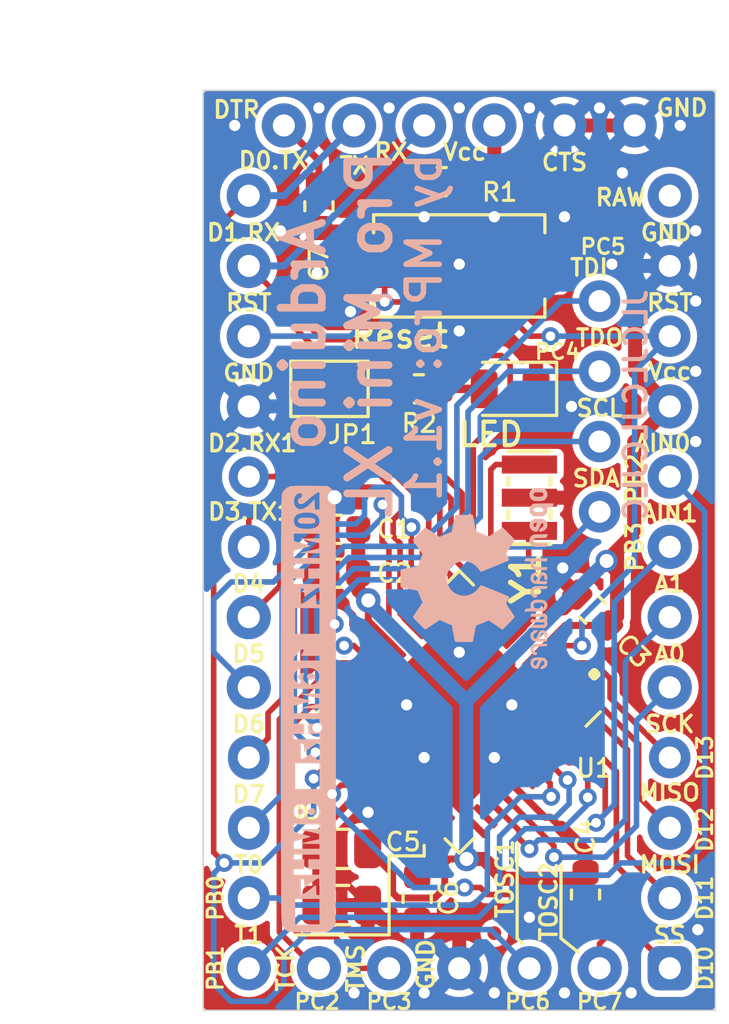
<source format=kicad_pcb>
(kicad_pcb (version 20221018) (generator pcbnew)
  (title_block (title "Arduino Pro Mini XL") (date "2023-08-20") (rev "1.1") (company "© 2020-2023 MPro") (comment 1 "Designed by MPro") (comment 4 "Licensed under CERN-OHL-P v2 or any later version"))
  (layers (0 "F.Cu" signal) (31 "B.Cu" signal) (35 "F.Paste" user) (36 "B.SilkS" user "B.Silkscreen") (37 "F.SilkS" user "F.Silkscreen") (38 "B.Mask" user) (39 "F.Mask" user) (44 "Edge.Cuts" user))
  (net 0 "")
  (net 1 "GND")
  (net 2 "VCC")
  (net 3 "/DTR")
  (net 4 "/RST")
  (net 5 "/A6")
  (net 6 "/RX0")
  (net 7 "/TX0")
  (net 8 "/SDA")
  (net 9 "/SCL")
  (net 10 "/A7")
  (net 11 "/A3")
  (net 12 "/A2")
  (net 13 "/A1")
  (net 14 "/A0")
  (net 15 "/SCK")
  (net 16 "/MISO")
  (net 17 "/MOSI")
  (net 18 "/SS")
  (net 19 "/T1")
  (net 20 "/T0")
  (net 21 "/D7")
  (net 22 "/D6")
  (net 23 "/D5")
  (net 24 "/D4")
  (net 25 "/TX1")
  (net 26 "/RX1")
  (net 27 "/TCK")
  (net 28 "/TMS")
  (net 29 "/TDO")
  (net 30 "/TDI")
  (net 31 "Net-(U1-AVCC)")
  (net 32 "Net-(U1-AREF)")
  (net 33 "Net-(D1-A)")
  (net 34 "Net-(JP1-B)")
  (net 36 "Net-(U1-XTAL2)")
  (net 37 "Net-(U1-XTAL1)")
  (footprint "footprints:C_0603_1608Metric" (layer "F.Cu") (at 100.076 59.8805 180)
    (fp_text reference "C2")
    (fp_text value "100n" hide)
  )
  (footprint "footprints:C_0603_1608Metric" (layer "F.Cu") (at 100.076 58.293 180)
    (fp_text reference "C1")
    (fp_text value "10u" hide)
  )
  (footprint "footprints:C_0603_1608Metric" (layer "F.Cu") (at 109.093 71.501 -90)
    (fp_text reference "C4")
    (fp_text value "100n" hide)
  )
  (footprint "footprints:C_0805_2012Metric" (layer "F.Cu") (at 100.2665 71.882 180)
    (fp_text reference "C5")
    (fp_text value "100n" hide)
  )
  (footprint "footprints:C_0603_1608Metric" (layer "F.Cu") (at 102.997 71.628 -90)
    (fp_text reference "C6")
    (fp_text value "100n" hide)
  )
  (footprint "footprints:L_0805_2012Metric" (layer "F.Cu") (at 100.2665 69.85 180)
    (fp_text reference "L1")
    (fp_text value "10uH" hide)
  )
  (footprint "footprints:diy-modules-ARDUINO-PRO-MINI-XL-BRD" (layer "F.Cu") (at 104.521 58.928 -90)
    (fp_text reference "M1" hide)
    (fp_text value "ARDUINO-PRO-MINI-XL" hide)
  )
  (footprint "footprints:R_0603_1608Metric" (layer "F.Cu") (at 103.886 45.72 180)
    (fp_text reference "R1")
    (fp_text value "10k")
  )
  (footprint "footprints:R_0603_1608Metric" (layer "F.Cu") (at 103.0605 53.213)
    (fp_text reference "R2")
    (fp_text value "1k5" hide)
  )
  (footprint "footprints:muRata-resonator_SMD_CSTCExxM00G55-R0" (layer "F.Cu") (at 107.061 57.15 -90)
    (fp_text reference "Y1")
    (fp_text value "20MHz")
  )
  (footprint "footprints:QFN-44-1EP_7x7mm_P0.5mm_EP5.2x5.2mm" (layer "F.Cu") (at 104.521 64.897 -135)
    (fp_text reference "U1")
    (fp_text value "ATmega1284P-MU" hide)
  )
  (footprint "footprints:SolderJumper-2_P1.3mm_Open_TrianglePad1.0x1.5mm" (layer "F.Cu") (at 99.822 53.213)
    (fp_text reference "JP1")
    (fp_text value "SolderJumper_2_Open" hide)
  )
  (footprint "footprints:C_0603_1608Metric" (layer "F.Cu") (at 99.441 46.609 90)
    (fp_text reference "C7")
    (fp_text value "100n" hide)
  )
  (footprint "footprints:SW_SPST_EVQPE1" (layer "F.Cu") (at 104.521 48.768)
    (fp_text reference "SW1")
    (fp_text value "Reset")
  )
  (footprint "footprints:LED_0805_2012Metric" (layer "F.Cu") (at 106.3625 53.213 180)
    (fp_text reference "D1" hide)
    (fp_text value "LED")
  )
  (footprint "footprints:C_0603_1608Metric" (layer "F.Cu") (at 109.347 61.214 135)
    (fp_text reference "C3")
    (fp_text value "100n" hide)
  )
  (footprint "footprints:Fiducial_0.5mm_Mask1mm" (layer "F.Cu") (at 112.776 44.577)
    (fp_text reference "REF3" hide)
    (fp_text value "Fiducial_0.5mm_Mask1mm" hide)
  )
  (footprint "footprints:Fiducial_0.5mm_Mask1mm" (layer "F.Cu") (at 96.266 44.577)
    (fp_text reference "REF2" hide)
    (fp_text value "Fiducial_0.5mm_Mask1mm" hide)
  )
  (footprint "footprints:Fiducial_0.5mm_Mask1mm" (layer "F.Cu") (at 105.791 72.898)
    (fp_text reference "REF1" hide)
    (fp_text value "Fiducial_0.5mm_Mask1mm" hide)
  )
  (footprint "footprints:OSHW-Logo2_7.3x6mm_SilkScreen" (layer "B.Cu") (at 105.156 60.071 -90)
    (fp_text reference "REF4" hide)
    (fp_text value "OSHW-Logo2_7.3x6mm_SilkScreen" hide)
  )
  (footprint "footprints:Logo_FREQ_20_16_8MHz" (layer "B.Cu") (at 99.314 65.532 -90)
    (fp_text reference "REF5" hide)
    (fp_text value "LOGO" hide)
  )
  (gr_line (start 108.839 73.5965) (end 108.204 73.0885) (stroke (width 0.12)) (layer "F.SilkS"))
  (gr_line (start 101.981 70.104) (end 103.251 70.104) (stroke (width 0.12)) (layer "F.SilkS"))
  (gr_line (start 103.251 70.104) (end 103.251 69.723) (stroke (width 0.12)) (layer "F.SilkS"))
  (gr_line (start 106.6165 73.0885) (end 106.807 73.279) (stroke (width 0.12)) (layer "F.SilkS"))
  (gr_line (start 106.6165 69.6595) (end 106.6165 73.0885) (stroke (width 0.12)) (layer "F.SilkS"))
  (gr_line (start 108.204 70.4215) (end 108.204 73.0885) (stroke (width 0.12)) (layer "F.SilkS"))
  (gr_line (start 101.981 72.9615) (end 98.6155 72.9615) (stroke (width 0.12)) (layer "F.SilkS"))
  (gr_line (start 98.425 68.7705) (end 98.425 70.8025) (stroke (width 0.12)) (layer "F.SilkS"))
  (gr_line (start 101.981 70.104) (end 101.981 72.9615) (stroke (width 0.12)) (layer "F.SilkS"))
  (gr_line (start 98.7425 68.072) (end 98.7425 68.7705) (stroke (width 0.12)) (layer "F.SilkS"))
  (gr_line (start 98.7425 68.7705) (end 98.4885 68.7705) (stroke (width 0.12)) (layer "F.SilkS"))
  (gr_line (start 98.4885 68.7705) (end 98.425 68.7705) (stroke (width 0.12)) (layer "F.SilkS"))
  (gr_line (start 95.25 75.692) (end 95.25 42.418) (stroke (width 0.05)) (layer "Edge.Cuts"))
  (gr_line (start 113.792 42.418) (end 113.792 75.692) (stroke (width 0.05)) (layer "Edge.Cuts"))
  (gr_line (start 95.25 42.418) (end 113.792 42.418) (stroke (width 0.05)) (layer "Edge.Cuts"))
  (gr_line (start 113.792 75.692) (end 95.25 75.692) (stroke (width 0.05)) (layer "Edge.Cuts"))
  (gr_text "JLCJLCJLCJLC" (at 111.379 49.53 90) (layer "B.SilkS") (effects (font (size 0.81 0.81)) (justify left bottom mirror)))
  (gr_text "Arduino\nPro Mini XL" (at 100.076 51.2445 90) (layer "B.SilkS") (effects (font (size 1.5 1.5) (thickness 0.28)) (justify mirror)))
  (gr_text "by MPro: v1.1" (at 103.251 50.9905 90) (layer "B.SilkS") (effects (font (size 1.2 1.2) (thickness 0.2)) (justify mirror)))
  (gr_text "TMS" (at 100.7745 74.168 90) (layer "F.SilkS") (effects (font (size 0.6 0.6) (thickness 0.12))))
  (gr_text "T0" (at 96.901 70.4215) (layer "F.SilkS") (effects (font (size 0.6 0.6) (thickness 0.12))))
  (gr_text "D7" (at 96.901 67.8815) (layer "F.SilkS") (effects (font (size 0.6 0.6) (thickness 0.12))))
  (gr_text "TOSC1" (at 106.172 70.9295 90) (layer "F.SilkS") (effects (font (size 0.6 0.6) (thickness 0.12))))
  (gr_text "T1" (at 96.901 72.9615) (layer "F.SilkS") (effects (font (size 0.6 0.6) (thickness 0.12))))
  (gr_text "D6" (at 96.901 65.3415) (layer "F.SilkS") (effects (font (size 0.6 0.6) (thickness 0.12))))
  (gr_text "D5" (at 96.901 62.8015) (layer "F.SilkS") (effects (font (size 0.6 0.6) (thickness 0.12))))
  (gr_text "D4" (at 96.901 60.2615) (layer "F.SilkS") (effects (font (size 0.6 0.6) (thickness 0.12))))
  (gr_text "D3.TX1" (at 96.9645 57.658) (layer "F.SilkS") (effects (font (size 0.6 0.6) (thickness 0.12))))
  (gr_text "D2.RX1" (at 97.028 55.1815) (layer "F.SilkS") (effects (font (size 0.6 0.6) (thickness 0.12))))
  (gr_text "D0.TX" (at 97.79 44.958) (layer "F.SilkS") (effects (font (size 0.6 0.6) (thickness 0.12))))
  (gr_text "D1.RX" (at 96.7105 47.5615) (layer "F.SilkS") (effects (font (size 0.6 0.6) (thickness 0.12))))
  (gr_text "GND" (at 96.901 52.6415) (layer "F.SilkS") (effects (font (size 0.6 0.6) (thickness 0.12))))
  (gr_text "RST" (at 96.901 50.1015) (layer "F.SilkS") (effects (font (size 0.6 0.6) (thickness 0.12))))
  (gr_text "DTR" (at 96.4565 43.1165) (layer "F.SilkS") (effects (font (size 0.6 0.6) (thickness 0.12))))
  (gr_text "TX" (at 100.711 45.1485) (layer "F.SilkS") (effects (font (size 0.6 0.6) (thickness 0.12))))
  (gr_text "RX" (at 102.0445 44.6405) (layer "F.SilkS") (effects (font (size 0.6 0.6) (thickness 0.12))))
  (gr_text "Vcc" (at 104.7115 44.6405) (layer "F.SilkS") (effects (font (size 0.6 0.6) (thickness 0.12))))
  (gr_text "GND" (at 112.5855 43.053) (layer "F.SilkS") (effects (font (size 0.6 0.6) (thickness 0.12))))
  (gr_text "CTS" (at 108.331 45.0215) (layer "F.SilkS") (effects (font (size 0.6 0.6) (thickness 0.12))))
  (gr_text "GND" (at 112.014 47.5615) (layer "F.SilkS") (effects (font (size 0.6 0.6) (thickness 0.12))))
  (gr_text "RAW" (at 110.363 46.2915) (layer "F.SilkS") (effects (font (size 0.6 0.6) (thickness 0.12))))
  (gr_text "RST" (at 112.141 50.1015) (layer "F.SilkS") (effects (font (size 0.6 0.6) (thickness 0.12))))
  (gr_text "Vcc" (at 112.141 52.578) (layer "F.SilkS") (effects (font (size 0.6 0.6) (thickness 0.12))))
  (gr_text "AIN0" (at 111.887 55.1815) (layer "F.SilkS") (effects (font (size 0.6 0.6) (thickness 0.12))))
  (gr_text "AIN1" (at 112.141 57.7215) (layer "F.SilkS") (effects (font (size 0.6 0.6) (thickness 0.12))))
  (gr_text "SDA" (at 109.474 56.4515) (layer "F.SilkS") (effects (font (size 0.6 0.6) (thickness 0.12))))
  (gr_text "SCL" (at 109.601 53.9115) (layer "F.SilkS") (effects (font (size 0.6 0.6) (thickness 0.12))))
  (gr_text "TDO" (at 109.601 51.3715) (layer "F.SilkS") (effects (font (size 0.6 0.6) (thickness 0.12))))
  (gr_text "TDI" (at 109.22 48.8315) (layer "F.SilkS") (effects (font (size 0.6 0.6) (thickness 0.12))))
  (gr_text "A1" (at 112.141 60.2615) (layer "F.SilkS") (effects (font (size 0.6 0.6) (thickness 0.12))))
  (gr_text "A0" (at 112.141 62.8015) (layer "F.SilkS") (effects (font (size 0.6 0.6) (thickness 0.12))))
  (gr_text "SCK" (at 112.141 65.3415) (layer "F.SilkS") (effects (font (size 0.6 0.6) (thickness 0.12))))
  (gr_text "MISO" (at 112.141 67.818) (layer "F.SilkS") (effects (font (size 0.6 0.6) (thickness 0.12))))
  (gr_text "MOSI" (at 112.141 70.4215) (layer "F.SilkS") (effects (font (size 0.6 0.6) (thickness 0.12))))
  (gr_text "SS" (at 112.141 72.9615) (layer "F.SilkS") (effects (font (size 0.6 0.6) (thickness 0.12))))
  (gr_text "GND" (at 103.3145 74.041 90) (layer "F.SilkS") (effects (font (size 0.6 0.6) (thickness 0.12))))
  (gr_text "TOSC2" (at 107.7595 71.755 90) (layer "F.SilkS") (effects (font (size 0.6 0.6) (thickness 0.12))))
  (gr_text "D10" (at 113.411 74.168 90) (layer "F.SilkS") (effects (font (size 0.55 0.55) (thickness 0.11))))
  (gr_text "D11" (at 113.411 71.628 90) (layer "F.SilkS") (effects (font (size 0.55 0.55) (thickness 0.11))))
  (gr_text "D12" (at 113.411 69.1515 90) (layer "F.SilkS") (effects (font (size 0.55 0.55) (thickness 0.11))))
  (gr_text "D13" (at 113.411 66.548 90) (layer "F.SilkS") (effects (font (size 0.55 0.55) (thickness 0.11))))
  (gr_text "PB2" (at 110.871 56.4515 90) (layer "F.SilkS") (effects (font (size 0.6 0.6) (thickness 0.12) bold)))
  (gr_text "PB3" (at 110.871 58.928 90) (layer "F.SilkS") (effects (font (size 0.6 0.6) (thickness 0.12) bold)))
  (gr_text "PB0" (at 95.6945 71.628 90) (layer "F.SilkS") (effects (font (size 0.55 0.55) (thickness 0.11))))
  (gr_text "PB1" (at 95.6945 74.168 90) (layer "F.SilkS") (effects (font (size 0.55 0.55) (thickness 0.11))))
  (gr_text "PC2" (at 99.3775 75.3745) (layer "F.SilkS") (effects (font (size 0.55 0.55) (thickness 0.11))))
  (gr_text "PC3" (at 101.981 75.3745) (layer "F.SilkS") (effects (font (size 0.55 0.55) (thickness 0.11))))
  (gr_text "PC5" (at 109.728 48.0695) (layer "F.SilkS") (effects (font (size 0.55 0.55) (thickness 0.11))))
  (gr_text "PC4" (at 108.077 51.8668) (layer "F.SilkS") (effects (font (size 0.55 0.55) (thickness 0.11))))
  (gr_text "PC6" (at 106.9975 75.3745) (layer "F.SilkS") (effects (font (size 0.55 0.55) (thickness 0.11))))
  (gr_text "PC7" (at 109.601 75.3745) (layer "F.SilkS") (effects (font (size 0.55 0.55) (thickness 0.11))))
  (gr_text "." (at 109.4105 62.9285) (layer "F.SilkS") (effects (font (size 1.5 1.5) (thickness 0.3))))
  (gr_text "TCK" (at 98.2345 74.168 90) (layer "F.SilkS") (effects (font (size 0.6 0.6) (thickness 0.12))))
  (segment (start 100.664505 61.402029) (end 99.2885 60.026024) (width 0.254) (layer "F.Cu") (net 1))
  (segment (start 107.061 57.15) (end 108.3056 57.15) (width 0.3048) (layer "F.Cu") (net 1))
  (segment (start 99.2885 58.293) (end 99.2885 57.85811) (width 0.508) (layer "F.Cu") (net 1))
  (segment (start 103.813893 64.897) (end 104.521 64.897) (width 0.254) (layer "F.Cu") (net 1))
  (segment (start 106.3625 71.9455) (end 105.118 71.9455) (width 0.254) (layer "F.Cu") (net 1))
  (segment (start 107.099 72.2885) (end 107.061 72.3265) (width 0.254) (layer "F.Cu") (net 1))
  (segment (start 108.458 52.07) (end 107.442 52.07) (width 0.3048) (layer "F.Cu") (net 1))
  (segment (start 107.696 50.419) (end 108.350446 50.419) (width 0.3048) (layer "F.Cu") (net 1))
  (segment (start 102.161031 67.256969) (end 100.2665 69.1515) (width 0.254) (layer "F.Cu") (net 1))
  (segment (start 99.2885 57.85811) (end 100.0125 57.13411) (width 0.508) (layer "F.Cu") (net 1))
  (segment (start 107.3 54.4172) (end 107.3 53.213) (width 0.3048) (layer "F.Cu") (net 1))
  (segment (start 106.880969 62.537031) (end 108.760847 60.657153) (width 0.254) (layer "F.Cu") (net 1))
  (segment (start 108.966 51.034554) (end 108.966 51.562) (width 0.3048) (layer "F.Cu") (net 1))
  (segment (start 106.7435 72.3265) (end 106.3625 71.9455) (width 0.254) (layer "F.Cu") (net 1))
  (segment (start 107.315 53.198) (end 107.3 53.213) (width 0.3048) (layer "F.Cu") (net 1))
  (segment (start 101.204 71.882) (end 101.7375 72.4155) (width 0.508) (layer "F.Cu") (net 1))
  (segment (start 99.2885 58.293) (end 99.2885 59.8805) (width 0.508) (layer "F.Cu") (net 1))
  (segment (start 102.161031 67.256969) (end 104.521 64.897) (width 0.254) (layer "F.Cu") (net 1))
  (segment (start 108.3056 57.15) (end 108.458 56.9976) (width 0.3048) (layer "F.Cu") (net 1))
  (segment (start 107.221 49.944) (end 107.696 50.419) (width 0.3048) (layer "F.Cu") (net 1))
  (segment (start 105.118 71.9455) (end 104.521 72.5425) (width 0.254) (layer "F.Cu") (net 1))
  (segment (start 101.807478 62.890585) (end 100.664505 61.747612) (width 0.254) (layer "F.Cu") (net 1))
  (segment (start 108.760847 60.657153) (end 108.790153 60.657153) (width 0.254) (layer "F.Cu") (net 1))
  (segment (start 99.2885 60.026024) (end 99.2885 59.8805) (width 0.254) (layer "F.Cu") (net 1))
  (segment (start 101.807478 62.890585) (end 103.813893 64.897) (width 0.254) (layer "F.Cu") (net 1))
  (segment (start 100.2665 69.1515) (end 100.2665 70.9445) (width 0.254) (layer "F.Cu") (net 1))
  (segment (start 107.315 52.197) (end 107.315 53.198) (width 0.3048) (layer "F.Cu") (net 1))
  (segment (start 107.061 72.3265) (end 106.7435 72.3265) (width 0.254) (layer "F.Cu") (net 1))
  (segment (start 100.664505 61.747612) (end 100.664505 61.402029) (width 0.254) (layer "F.Cu") (net 1))
  (segment (start 109.093 72.2885) (end 107.099 72.2885) (width 0.254) (layer "F.Cu") (net 1))
  (segment (start 106.880969 62.537031) (end 104.521 64.897) (width 0.254) (layer "F.Cu") (net 1))
  (segment (start 107.442 52.07) (end 107.315 52.197) (width 0.3048) (layer "F.Cu") (net 1))
  (segment (start 100.2665 70.9445) (end 101.204 71.882) (width 0.254) (layer "F.Cu") (net 1))
  (segment (start 108.350446 50.419) (end 108.966 51.034554) (width 0.3048) (layer "F.Cu") (net 1))
  (segment (start 107.221 48.768) (end 107.221 49.944) (width 0.3048) (layer "F.Cu") (net 1))
  (segment (start 108.0516 54.864) (end 107.7468 54.864) (width 0.3048) (layer "F.Cu") (net 1))
  (segment (start 108.458 55.2704) (end 108.0516 54.864) (width 0.3048) (layer "F.Cu") (net 1))
  (segment (start 108.966 51.562) (end 108.458 52.07) (width 0.3048) (layer "F.Cu") (net 1))
  (segment (start 107.221 48.768) (end 107.221 47.211) (width 0.3048) (layer "F.Cu") (net 1))
  (segment (start 107.7468 54.864) (end 107.3 54.4172) (width 0.3048) (layer "F.Cu") (net 1))
  (segment (start 101.7375 72.4155) (end 104.394 72.4155) (width 0.508) (layer "F.Cu") (net 1))
  (segment (start 110.871 43.688) (end 108.331 43.688) (width 0.508) (layer "F.Cu") (net 1))
  (segment (start 107.221 47.211) (end 107.442 46.99) (width 0.3048) (layer "F.Cu") (net 1))
  (segment (start 108.458 56.9976) (end 108.458 55.2704) (width 0.3048) (layer "F.Cu") (net 1))
  (segment (start 104.521 72.5425) (end 104.394 72.4155) (width 0.508) (layer "F.Cu") (net 1))
  (segment (start 106.880969 67.256969) (end 104.521 64.897) (width 0.254) (layer "F.Cu") (net 1))
  (segment (start 107.442 46.99) (end 108.331 46.99) (width 0.3048) (layer "F.Cu") (net 1))
  (segment (start 104.521 74.168) (end 104.521 72.5425) (width 0.508) (layer "F.Cu") (net 1))
  (via (at 108.585 53.848) (size 0.65) (drill 0.4064) (layers "F.Cu" "B.Cu") (net 1))
  (via (at 108.2675 59.69) (size 0.65) (drill 0.4064) (layers "F.Cu" "B.Cu") (net 1))
  (via (at 104.521 62.738) (size 0.65) (drill 0.4064) (layers "F.Cu" "B.Cu") (net 1))
  (via (at 106.426 64.643) (size 0.65) (drill 0.4064) (layers "F.Cu" "B.Cu") (net 1))
  (via (at 102.616 64.643) (size 0.65) (drill 0.4064) (layers "F.Cu" "B.Cu") (net 1))
  (via (at 103.251 66.548) (size 0.65) (drill 0.4064) (layers "F.Cu" "B.Cu") (net 1))
  (via (at 105.791 66.548) (size 0.65) (drill 0.4064) (layers "F.Cu" "B.Cu") (net 1))
  (via (at 113.0808 52.578) (size 0.65) (drill 0.4064) (layers "F.Cu" "B.Cu") (net 1))
  (via (at 113.0808 50.038) (size 0.65) (drill 0.4064) (layers "F.Cu" "B.Cu") (net 1))
  (via (at 113.0808 47.498) (size 0.65) (drill 0.4064) (layers "F.Cu" "B.Cu") (net 1))
  (via (at 112.522 43.688) (size 0.65) (drill 0.4064) (layers "F.Cu" "B.Cu") (net 1))
  (via (at 109.601 43.053) (size 0.65) (drill 0.4064) (layers "F.Cu" "B.Cu") (net 1))
  (via (at 107.061 43.053) (size 0.65) (drill 0.4064) (layers "F.Cu" "B.Cu") (net 1))
  (via (at 104.521 43.053) (size 0.65) (drill 0.4064) (layers "F.Cu" "B.Cu") (net 1))
  (via (at 101.981 43.053) (size 0.65) (drill 0.4064) (layers "F.Cu" "B.Cu") (net 1))
  (via (at 99.441 43.053) (size 0.65) (drill 0.4064) (layers "F.Cu" "B.Cu") (net 1))
  (via (at 96.393 43.688) (size 0.65) (drill 0.4064) (layers "F.Cu" "B.Cu") (net 1))
  (via (at 108.331 46.99) (size 0.65) (drill 0.4064) (layers "F.Cu" "B.Cu") (net 1))
  (via (at 105.791 46.99) (size 0.65) (drill 0.4064) (layers "F.Cu" "B.Cu") (net 1))
  (via (at 103.251 46.99) (size 0.65) (drill 0.4064) (layers "F.Cu" "B.Cu") (net 1))
  (via (at 100.584 50.419) (size 0.65) (drill 0.4064) (layers "F.Cu" "B.Cu") (net 1))
  (via (at 99.3775 49.022) (size 0.65) (drill 0.4064) (layers "F.Cu" "B.Cu") (net 1))
  (via (at 98.044 47.498) (size 0.65) (drill 0.4064) (layers "F.Cu" "B.Cu") (net 1))
  (via (at 104.521 48.7045) (size 0.65) (drill 0.4064) (layers "F.Cu" "B.Cu") (net 1))
  (via (at 110.4265 45.4025) (size 0.65) (drill 0.4064) (layers "F.Cu" "B.Cu") (net 1))
  (via (at 104.521 51.1175) (size 0.65) (drill 0.4064) (layers "F.Cu" "B.Cu") (net 1))
  (via (at 110.0455 48.7045) (size 0.65) (drill 0.4064) (layers "F.Cu" "B.Cu") (net 1))
  (via (at 101.219 68.5292) (size 0.65) (drill 0.4064) (layers "F.Cu" "B.Cu") (net 1))
  (via (at 103.251 75.057) (size 0.65) (drill 0.4064) (layers "F.Cu" "B.Cu") (net 1))
  (via (at 113.157 72.771) (size 0.65) (drill 0.4064) (layers "F.Cu" "B.Cu") (net 1))
  (via (at 110.744 75.057) (size 0.65) (drill 0.4064) (layers "F.Cu" "B.Cu") (net 1))
  (via (at 100.711 75.057) (size 0.65) (drill 0.4064) (layers "F.Cu" "B.Cu") (net 1))
  (via (at 113.0808 55.118) (size 0.65) (drill 0.4064) (layers "F.Cu" "B.Cu") (net 1))
  (via (at 100.0125 57.13411) (size 0.889) (drill 0.508) (layers "F.Cu" "B.Cu") (net 1))
  (via (at 108.331 75.057) (size 0.65) (drill 0.4064) (layers "F.Cu" "B.Cu") (net 1))
  (via (at 105.791 75.057) (size 0.65) (drill 0.4064) (layers "F.Cu" "B.Cu") (net 1))
  (via (at 107.061 72.3265) (size 0.65) (drill 0.4064) (layers "F.Cu" "B.Cu") (net 1))
  (segment (start 100.0125 53.848) (end 100.0125 57.13411) (width 0.508) (layer "B.Cu") (net 1))
  (segment (start 96.901 53.848) (end 100.0125 53.848) (width 0.508) (layer "B.Cu") (net 1))
  (segment (start 112.141 48.768) (end 110.172496 48.768) (width 0.508) (layer "B.Cu") (net 1))
  (segment (start 110.172496 48.768) (end 108.331 46.926504) (width 0.508) (layer "B.Cu") (net 1))
  (segment (start 101.409504 53.848) (end 108.331 46.926504) (width 0.508) (layer "B.Cu") (net 1))
  (segment (start 108.331 43.688) (end 108.331 46.926504) (width 0.508) (layer "B.Cu") (net 1))
  (segment (start 100.0125 53.848) (end 101.409504 53.848) (width 0.508) (layer "B.Cu") (net 1))
  (segment (start 102.161031 62.537031) (end 101.228839 61.604839) (width 0.254) (layer "F.Cu") (net 2))
  (segment (start 103.995998 70.377332) (end 103.995998 71.264002) (width 0.254) (layer "F.Cu") (net 2))
  (segment (start 104.157548 70.215782) (end 103.995998 70.377332) (width 0.254) (layer "F.Cu") (net 2))
  (segment (start 110.855001 55.133999) (end 110.855001 58.435999) (width 0.508) (layer "F.Cu") (net 2))
  (segment (start 104.6735 45.72) (end 105.791 45.72) (width 0.508) (layer "F.Cu") (net 2))
  (segment (start 107.823 68.707) (end 107.623893 68.707) (width 0.254) (layer "F.Cu") (net 2))
  (segment (start 102.108 70.754) (end 101.204 69.85) (width 0.254) (layer "F.Cu") (net 2))
  (segment (start 109.093 70.7135) (end 108.877 70.9295) (width 0.508) (layer "F.Cu") (net 2))
  (segment (start 110.855001 58.435999) (end 109.855 59.436) (width 0.508) (layer "F.Cu") (net 2))
  (segment (start 101.228839 61.604839) (end 101.228839 60.864665) (width 0.254) (layer "F.Cu") (net 2))
  (segment (start 100.8635 60.499326) (end 101.228839 60.864665) (width 0.508) (layer "F.Cu") (net 2))
  (segment (start 112.141 53.848) (end 110.886999 52.593999) (width 0.508) (layer "F.Cu") (net 2))
  (segment (start 110.236 59.817) (end 109.855 59.436) (width 0.508) (layer "F.Cu") (net 2))
  (segment (start 107.623893 68.707) (end 106.527415 67.610522) (width 0.254) (layer "F.Cu") (net 2))
  (segment (start 108.35426 61.770847) (end 109.903847 61.770847) (width 0.254) (layer "F.Cu") (net 2))
  (segment (start 100.8635 58.293) (end 100.8635 59.8805) (width 0.508) (layer "F.Cu") (net 2))
  (segment (start 108.877 70.9295) (end 106.1285 70.9295) (width 0.508) (layer "F.Cu") (net 2))
  (segment (start 107.234522 62.890585) (end 108.35426 61.770847) (width 0.254) (layer "F.Cu") (net 2))
  (segment (start 106.1285 70.9295) (end 105.414782 70.215782) (width 0.508) (layer "F.Cu") (net 2))
  (segment (start 110.886999 52.593999) (end 110.886999 48.152717) (width 0.508) (layer "F.Cu") (net 2))
  (segment (start 108.454282 45.72) (end 105.791 45.72) (width 0.508) (layer "F.Cu") (net 2))
  (segment (start 102.108 71.4375) (end 102.108 70.754) (width 0.254) (layer "F.Cu") (net 2))
  (segment (start 108.204 69.088) (end 107.823 68.707) (width 0.254) (layer "F.Cu") (net 2))
  (segment (start 103.995998 71.264002) (end 103.632 71.628) (width 0.254) (layer "F.Cu") (net 2))
  (segment (start 100.8635 59.8805) (end 100.8635 60.499326) (width 0.508) (layer "F.Cu") (net 2))
  (segment (start 103.632 71.628) (end 102.2985 71.628) (width 0.254) (layer "F.Cu") (net 2))
  (segment (start 112.141 53.848) (end 110.855001 55.133999) (width 0.508) (layer "F.Cu") (net 2))
  (segment (start 105.414782 70.215782) (end 104.786165 70.215782) (width 0.508) (layer "F.Cu") (net 2))
  (segment (start 109.093 69.977) (end 108.204 69.088) (width 0.508) (layer "F.Cu") (net 2))
  (segment (start 105.791 43.688) (end 105.791 45.72) (width 0.508) (layer "F.Cu") (net 2))
  (segment (start 110.236 61.438694) (end 110.236 59.817) (width 0.508) (layer "F.Cu") (net 2))
  (segment (start 110.886999 48.152717) (end 108.454282 45.72) (width 0.508) (layer "F.Cu") (net 2))
  (segment (start 102.2985 71.628) (end 102.108 71.4375) (width 0.254) (layer "F.Cu") (net 2))
  (segment (start 104.786165 70.215782) (end 104.157548 70.215782) (width 0.254) (layer "F.Cu") (net 2))
  (segment (start 109.093 70.7135) (end 109.093 69.977) (width 0.508) (layer "F.Cu") (net 2))
  (segment (start 109.903847 61.770847) (end 110.236 61.438694) (width 0.508) (layer "F.Cu") (net 2))
  (via (at 109.855 59.436) (size 0.8) (drill 0.508) (layers "F.Cu" "B.Cu") (net 2))
  (via (at 101.228839 60.864665) (size 0.889) (drill 0.508) (layers "F.Cu" "B.Cu") (net 2))
  (via (at 104.786165 70.215782) (size 0.889) (drill 0.508) (layers "F.Cu" "B.Cu") (net 2))
  (segment (start 104.775 64.516) (end 104.775 70.204617) (width 0.508) (layer "B.Cu") (net 2))
  (segment (start 109.855 59.436) (end 104.775 64.516) (width 0.508) (layer "B.Cu") (net 2))
  (segment (start 104.775 64.516) (end 101.228839 60.969839) (width 0.508) (layer "B.Cu") (net 2))
  (segment (start 101.228839 60.969839) (end 101.228839 60.864665) (width 0.508) (layer "B.Cu") (net 2))
  (segment (start 104.775 70.204617) (end 104.786165 70.215782) (width 0.508) (layer "B.Cu") (net 2))
  (segment (start 99.441 44.958) (end 98.171 43.688) (width 0.254) (layer "F.Cu") (net 3))
  (segment (start 99.441 45.8215) (end 99.441 44.958) (width 0.254) (layer "F.Cu") (net 3))
  (segment (start 106.426 50.673) (end 105.50525 50.673) (width 0.2032) (layer "F.Cu") (net 4))
  (segment (start 108.331204 62.50101) (end 108.963206 62.50101) (width 0.2032) (layer "F.Cu") (net 4))
  (segment (start 103.0985 45.72) (end 102.2985 45.72) (width 0.254) (layer "F.Cu") (net 4))
  (segment (start 107.061 51.308) (end 106.426 50.673) (width 0.2032) (layer "F.Cu") (net 4))
  (segment (start 107.823 51.308) (end 107.061 51.308) (width 0.2032) (layer "F.Cu") (net 4))
  (segment (start 102.2985 45.72) (end 101.821 46.1975) (width 0.254) (layer "F.Cu") (net 4))
  (segment (start 104.90325 50.071) (end 101.821 50.071) (width 0.2032) (layer "F.Cu") (net 4))
  (segment (start 101.821 47.404) (end 101.821 48.768) (width 0.254) (layer "F.Cu") (net 4))
  (segment (start 101.821 48.768) (end 101.821 50.071) (width 0.2032) (layer "F.Cu") (net 4))
  (segment (start 101.821 46.1975) (end 101.821 47.404) (width 0.254) (layer "F.Cu") (net 4))
  (segment (start 105.50525 50.673) (end 104.90325 50.071) (width 0.2032) (layer "F.Cu") (net 4))
  (segment (start 101.8135 47.3965) (end 101.821 47.404) (width 0.254) (layer "F.Cu") (net 4))
  (segment (start 107.588076 63.244138) (end 108.331204 62.50101) (width 0.2032) (layer "F.Cu") (net 4))
  (segment (start 99.441 47.3965) (end 101.8135 47.3965) (width 0.254) (layer "F.Cu") (net 4))
  (via (at 107.823 51.308) (size 0.65) (drill 0.35) (layers "F.Cu" "B.Cu") (net 4))
  (via (at 108.963206 62.50101) (size 0.65) (drill 0.35) (layers "F.Cu" "B.Cu") (net 4))
  (via (at 101.821 50.071) (size 0.65) (drill 0.35) (layers "F.Cu" "B.Cu") (net 4))
  (segment (start 108.204 51.308) (end 107.823 51.308) (width 0.2032) (layer "B.Cu") (net 4))
  (segment (start 108.963206 61.470794) (end 108.963206 62.50101) (width 0.2032) (layer "B.Cu") (net 4))
  (segment (start 110.871 59.563) (end 108.963206 61.470794) (width 0.2032) (layer "B.Cu") (net 4))
  (segment (start 110.871 52.578) (end 110.871 59.563) (width 0.2032) (layer "B.Cu") (net 4))
  (segment (start 112.141 51.308) (end 108.204 51.308) (width 0.2032) (layer "B.Cu") (net 4))
  (segment (start 96.901 51.308) (end 100.584 51.308) (width 0.2032) (layer "B.Cu") (net 4))
  (segment (start 112.141 51.308) (end 110.871 52.578) (width 0.2032) (layer "B.Cu") (net 4))
  (segment (start 100.584 51.308) (end 101.821 50.071) (width 0.2032) (layer "B.Cu") (net 4))
  (segment (start 99.097 53.213) (end 99.097 54.3825) (width 0.2032) (layer "F.Cu") (net 5))
  (segment (start 101.100371 66.196309) (end 100.311679 66.985001) (width 0.2032) (layer "F.Cu") (net 5))
  (segment (start 96.2025 55.118) (end 95.631 55.6895) (width 0.2032) (layer "F.Cu") (net 5))
  (segment (start 95.631 55.6895) (end 95.631 69.977) (width 0.2032) (layer "F.Cu") (net 5))
  (segment (start 100.311679 66.985001) (end 99.575499 66.985001) (width 0.2032) (layer "F.Cu") (net 5))
  (segment (start 95.631 69.977) (end 96.012 70.358) (width 0.2032) (layer "F.Cu") (net 5))
  (segment (start 98.3615 55.118) (end 96.2025 55.118) (width 0.2032) (layer "F.Cu") (net 5))
  (segment (start 99.575499 66.985001) (end 99.2505 67.31) (width 0.2032) (layer "F.Cu") (net 5))
  (segment (start 99.097 54.3825) (end 98.3615 55.118) (width 0.2032) (layer "F.Cu") (net 5))
  (via (at 96.012 70.358) (size 0.65) (drill 0.35) (layers "F.Cu" "B.Cu") (net 5))
  (via (at 99.2505 67.31) (size 0.65) (drill 0.35) (layers "F.Cu" "B.Cu") (net 5))
  (segment (start 96.25689 75.36539) (end 95.631 74.7395) (width 0.2032) (layer "B.Cu") (net 5))
  (segment (start 98.171 74.7395) (end 97.54511 75.36539) (width 0.2032) (layer "B.Cu") (net 5))
  (segment (start 97.54511 75.36539) (end 96.25689 75.36539) (width 0.2032) (layer "B.Cu") (net 5))
  (segment (start 95.631 74.7395) (end 95.631 70.739) (width 0.2032) (layer "B.Cu") (net 5))
  (segment (start 98.171 73.7235) (end 98.171 74.7395) (width 0.2032) (layer "B.Cu") (net 5))
  (segment (start 95.631 70.739) (end 96.012 70.358) (width 0.2032) (layer "B.Cu") (net 5))
  (segment (start 99.1235 72.771) (end 98.171 73.7235) (width 0.2032) (layer "B.Cu") (net 5))
  (segment (start 105.664 72.771) (end 99.1235 72.771) (width 0.2032) (layer "B.Cu") (net 5))
  (segment (start 97.409 70.358) (end 99.2505 68.5165) (width 0.2032) (layer "B.Cu") (net 5))
  (segment (start 107.061 74.168) (end 105.664 72.771) (width 0.2032) (layer "B.Cu") (net 5))
  (segment (start 96.012 70.358) (end 97.409 70.358) (width 0.2032) (layer "B.Cu") (net 5))
  (segment (start 99.2505 68.5165) (end 99.2505 67.31) (width 0.2032) (layer "B.Cu") (net 5))
  (segment (start 106.3625 53.9115) (end 106.3625 52.324) (width 0.2032) (layer "F.Cu") (net 6))
  (segment (start 106.3625 52.324) (end 106.045 52.0065) (width 0.2032) (layer "F.Cu") (net 6))
  (segment (start 106.38471 60.157984) (end 105.029 58.802274) (width 0.2032) (layer "F.Cu") (net 6))
  (segment (start 106.045 52.0065) (end 103.0605 52.0065) (width 0.2032) (layer "F.Cu") (net 6))
  (segment (start 105.820309 61.476371) (end 106.38471 60.91197) (width 0.2032) (layer "F.Cu") (net 6))
  (segment (start 105.029 55.245) (end 106.3625 53.9115) (width 0.2032) (layer "F.Cu") (net 6))
  (segment (start 106.38471 60.91197) (end 106.38471 60.157984) (width 0.2032) (layer "F.Cu") (net 6))
  (segment (start 103.0605 52.0065) (end 102.489 51.435) (width 0.2032) (layer "F.Cu") (net 6))
  (segment (start 105.029 58.802274) (end 105.029 55.245) (width 0.2032) (layer "F.Cu") (net 6))
  (segment (start 99.568 51.435) (end 96.901 48.768) (width 0.2032) (layer "F.Cu") (net 6))
  (segment (start 102.489 51.435) (end 99.568 51.435) (width 0.2032) (layer "F.Cu") (net 6))
  (segment (start 98.171 48.768) (end 96.901 48.768) (width 0.254) (layer "B.Cu") (net 6))
  (segment (start 103.251 43.688) (end 98.171 48.768) (width 0.254) (layer "B.Cu") (net 6))
  (segment (start 105.981499 60.324999) (end 104.625789 58.969289) (width 0.2032) (layer "F.Cu") (net 7))
  (segment (start 105.466755 61.122818) (end 105.981499 60.608074) (width 0.2032) (layer "F.Cu") (net 7))
  (segment (start 105.981499 60.608074) (end 105.981499 60.324999) (width 0.2032) (layer "F.Cu") (net 7))
  (segment (start 95.631 47.498) (end 96.901 46.228) (width 0.2032) (layer "F.Cu") (net 7))
  (segment (start 95.631 49.403) (end 95.631 47.498) (width 0.2032) (layer "F.Cu") (net 7))
  (segment (start 99.442274 51.8795) (end 97.600774 50.038) (width 0.2032) (layer "F.Cu") (net 7))
  (segment (start 104.625789 58.969289) (end 104.625789 57.000789) (width 0.2032) (layer "F.Cu") (net 7))
  (segment (start 103.0605 55.4355) (end 103.0605 52.6415) (width 0.2032) (layer "F.Cu") (net 7))
  (segment (start 103.0605 52.6415) (end 102.2985 51.8795) (width 0.2032) (layer "F.Cu") (net 7))
  (segment (start 104.625789 57.000789) (end 103.0605 55.4355) (width 0.2032) (layer "F.Cu") (net 7))
  (segment (start 102.2985 51.8795) (end 99.442274 51.8795) (width 0.2032) (layer "F.Cu") (net 7))
  (segment (start 97.600774 50.038) (end 96.266 50.038) (width 0.2032) (layer "F.Cu") (net 7))
  (segment (start 96.266 50.038) (end 95.631 49.403) (width 0.2032) (layer "F.Cu") (net 7))
  (segment (start 100.711 43.688) (end 98.171 46.228) (width 0.254) (layer "B.Cu") (net 7))
  (segment (start 98.171 46.228) (end 96.901 46.228) (width 0.254) (layer "B.Cu") (net 7))
  (segment (start 99.687501 62.046999) (end 100.0125 61.722) (width 0.2032) (layer "F.Cu") (net 8))
  (segment (start 100.630299 63.127619) (end 99.957619 63.127619) (width 0.2032) (layer "F.Cu") (net 8))
  (segment (start 99.957619 63.127619) (end 99.687501 62.857501) (width 0.2032) (layer "F.Cu") (net 8))
  (segment (start 101.100371 63.597691) (end 100.630299 63.127619) (width 0.2032) (layer "F.Cu") (net 8))
  (segment (start 99.687501 62.857501) (end 99.687501 62.046999) (width 0.2032) (layer "F.Cu") (net 8))
  (via (at 100.0125 61.722) (size 0.65) (drill 0.35) (layers "F.Cu" "B.Cu") (net 8))
  (segment (start 104.8385 58.928) (end 103.647945 60.118555) (width 0.2032) (layer "B.Cu") (net 8))
  (segment (start 100.0125 60.985538) (end 100.0125 61.722) (width 0.2032) (layer "B.Cu") (net 8))
  (segment (start 108.331 58.928) (end 104.8385 58.928) (width 0.2032) (layer "B.Cu") (net 8))
  (segment (start 103.647945 60.118555) (end 100.879483 60.118555) (width 0.2032) (layer "B.Cu") (net 8))
  (segment (start 109.601 57.658) (end 108.331 58.928) (width 0.2032) (layer "B.Cu") (net 8))
  (segment (start 100.879483 60.118555) (end 100.0125 60.985538) (width 0.2032) (layer "B.Cu") (net 8))
  (segment (start 100.710803 62.501017) (end 100.352577 62.501017) (width 0.2032) (layer "F.Cu") (net 9))
  (segment (start 101.453924 63.244138) (end 100.710803 62.501017) (width 0.2032) (layer "F.Cu") (net 9))
  (via (at 100.352577 62.501017) (size 0.65) (drill 0.35) (layers "F.Cu" "B.Cu") (net 9))
  (segment (start 100.352577 62.501017) (end 99.892958 62.501017) (width 0.2032) (layer "B.Cu") (net 9))
  (segment (start 108.0135 55.118) (end 109.601 55.118) (width 0.2032) (layer "B.Cu") (net 9))
  (segment (start 105.8545 55.118) (end 108.0135 55.118) (width 0.2032) (layer "B.Cu") (net 9))
  (segment (start 105.283 55.6895) (end 105.8545 55.118) (width 0.2032) (layer "B.Cu") (net 9))
  (segment (start 99.3775 61.985559) (end 99.3775 61.0235) (width 0.2032) (layer "B.Cu") (net 9))
  (segment (start 99.892958 62.501017) (end 99.3775 61.985559) (width 0.2032) (layer "B.Cu") (net 9))
  (segment (start 100.685656 59.715344) (end 103.416156 59.715344) (width 0.2032) (layer "B.Cu") (net 9))
  (segment (start 103.416156 59.715344) (end 105.283 57.8485) (width 0.2032) (layer "B.Cu") (net 9))
  (segment (start 105.283 57.8485) (end 105.283 55.6895) (width 0.2032) (layer "B.Cu") (net 9))
  (segment (start 99.3775 61.0235) (end 100.685656 59.715344) (width 0.2032) (layer "B.Cu") (net 9))
  (segment (start 109.601 74.168) (end 109.601 73.279) (width 0.2032) (layer "F.Cu") (net 10))
  (segment (start 109.791509 71.501009) (end 105.537009 71.501009) (width 0.2032) (layer "F.Cu") (net 10))
  (segment (start 110.0455 71.755) (end 109.791509 71.501009) (width 0.2032) (layer "F.Cu") (net 10))
  (segment (start 105.537009 71.501009) (end 105.283 71.247) (width 0.2032) (layer "F.Cu") (net 10))
  (segment (start 100.460067 67.543719) (end 100.244214 67.543719) (width 0.2032) (layer "F.Cu") (net 10))
  (segment (start 100.244214 67.543719) (end 99.919215 67.868718) (width 0.2032) (layer "F.Cu") (net 10))
  (segment (start 101.453924 66.549862) (end 100.460067 67.543719) (width 0.2032) (layer "F.Cu") (net 10))
  (segment (start 110.0455 72.8345) (end 110.0455 71.755) (width 0.2032) (layer "F.Cu") (net 10))
  (segment (start 109.601 73.279) (end 110.0455 72.8345) (width 0.2032) (layer "F.Cu") (net 10))
  (segment (start 105.283 71.247) (end 104.7115 71.247) (width 0.2032) (layer "F.Cu") (net 10))
  (via (at 99.919215 67.868718) (size 0.65) (drill 0.35) (layers "F.Cu" "B.Cu") (net 10))
  (via (at 104.7115 71.247) (size 0.65) (drill 0.35) (layers "F.Cu" "B.Cu") (net 10))
  (segment (start 104.7115 71.247) (end 102.87 71.247) (width 0.2032) (layer "B.Cu") (net 10))
  (segment (start 99.919215 68.296215) (end 99.919215 67.868718) (width 0.2032) (layer "B.Cu") (net 10))
  (segment (start 102.87 71.247) (end 99.919215 68.296215) (width 0.2032) (layer "B.Cu") (net 10))
  (segment (start 108.477551 66.732231) (end 108.751313 66.732231) (width 0.2032) (layer "F.Cu") (net 11))
  (segment (start 107.941629 66.196309) (end 108.477551 66.732231) (width 0.2032) (layer "F.Cu") (net 11))
  (segment (start 108.751313 66.732231) (end 109.173704 67.154622) (width 0.2032) (layer "F.Cu") (net 11))
  (segment (start 109.173704 67.154622) (end 109.173704 67.988554) (width 0.2032) (layer "F.Cu") (net 11))
  (via (at 109.173704 67.988554) (size 0.65) (drill 0.35) (layers "F.Cu" "B.Cu") (net 11))
  (segment (start 110.363 70.358) (end 112.7125 70.358) (width 0.2032) (layer "B.Cu") (net 11))
  (segment (start 109.173704 68.245296) (end 108.298323 69.120677) (width 0.2032) (layer "B.Cu") (net 11))
  (segment (start 106.426 69.596) (end 106.426 70.358) (width 0.2032) (layer "B.Cu") (net 11))
  (segment (start 108.298323 69.120677) (end 106.901323 69.120677) (width 0.2032) (layer "B.Cu") (net 11))
  (segment (start 109.9185 70.8025) (end 110.363 70.358) (width 0.2032) (layer "B.Cu") (net 11))
  (segment (start 113.411 57.658) (end 112.141 56.388) (width 0.2032) (layer "B.Cu") (net 11))
  (segment (start 106.8705 70.8025) (end 109.9185 70.8025) (width 0.2032) (layer "B.Cu") (net 11))
  (segment (start 109.173704 67.988554) (end 109.173704 68.245296) (width 0.2032) (layer "B.Cu") (net 11))
  (segment (start 112.7125 70.358) (end 113.411 69.6595) (width 0.2032) (layer "B.Cu") (net 11))
  (segment (start 113.411 69.6595) (end 113.411 57.658) (width 0.2032) (layer "B.Cu") (net 11))
  (segment (start 106.901323 69.120677) (end 106.426 69.596) (width 0.2032) (layer "B.Cu") (net 11))
  (segment (start 106.426 70.358) (end 106.8705 70.8025) (width 0.2032) (layer "B.Cu") (net 11))
  (segment (start 109.805165 67.215857) (end 109.805165 68.574725) (width 0.2032) (layer "F.Cu") (net 12))
  (segment (start 108.781447 66.32902) (end 108.918328 66.32902) (width 0.2032) (layer "F.Cu") (net 12))
  (segment (start 108.918328 66.32902) (end 109.805165 67.215857) (width 0.2032) (layer "F.Cu") (net 12))
  (segment (start 109.805165 68.574725) (end 109.474 68.90589) (width 0.2032) (layer "F.Cu") (net 12))
  (segment (start 108.295182 65.842755) (end 108.781447 66.32902) (width 0.2032) (layer "F.Cu") (net 12))
  (via (at 109.474 68.90589) (size 0.65) (drill 0.35) (layers "F.Cu" "B.Cu") (net 12))
  (segment (start 110.131211 60.937789) (end 110.131211 68.248679) (width 0.2032) (layer "B.Cu") (net 12))
  (segment (start 112.141 58.928) (end 110.131211 60.937789) (width 0.2032) (layer "B.Cu") (net 12))
  (segment (start 110.131211 68.248679) (end 109.474 68.90589) (width 0.2032) (layer "B.Cu") (net 12))
  (segment (start 105.820309 68.317629) (end 106.68 69.17732) (width 0.2032) (layer "F.Cu") (net 13))
  (segment (start 106.68 69.469) (end 107.061004 69.850004) (width 0.2032) (layer "F.Cu") (net 13))
  (segment (start 106.68 69.17732) (end 106.68 69.469) (width 0.2032) (layer "F.Cu") (net 13))
  (via (at 107.061004 69.850004) (size 0.65) (drill 0.35) (layers "F.Cu" "B.Cu") (net 13))
  (segment (start 110.53442 63.07458) (end 110.53442 68.78958) (width 0.2032) (layer "B.Cu") (net 13))
  (segment (start 109.7915 69.5325) (end 108.259382 69.5325) (width 0.2032) (layer "B.Cu") (net 13))
  (segment (start 108.259382 69.5325) (end 108.25077 69.523888) (width 0.2032) (layer "B.Cu") (net 13))
  (segment (start 110.53442 68.78958) (end 109.7915 69.5325) (width 0.2032) (layer "B.Cu") (net 13))
  (segment (start 107.38712 69.523888) (end 107.061004 69.850004) (width 0.2032) (layer "B.Cu") (net 13))
  (segment (start 112.141 61.468) (end 110.53442 63.07458) (width 0.2032) (layer "B.Cu") (net 13))
  (segment (start 108.25077 69.523888) (end 107.38712 69.523888) (width 0.2032) (layer "B.Cu") (net 13))
  (segment (start 106.173862 67.964076) (end 107.95 69.740214) (width 0.2032) (layer "F.Cu") (net 14))
  (segment (start 107.95 69.740214) (end 107.95 70.15049) (width 0.2032) (layer "F.Cu") (net 14))
  (via (at 107.95 70.15049) (size 0.65) (drill 0.35) (layers "F.Cu" "B.Cu") (net 14))
  (segment (start 112.141 64.008) (end 110.937631 65.211369) (width 0.2032) (layer "B.Cu") (net 14))
  (segment (start 110.937631 65.211369) (end 110.937631 69.021369) (width 0.2032) (layer "B.Cu") (net 14))
  (segment (start 109.80851 70.15049) (end 107.95 70.15049) (width 0.2032) (layer "B.Cu") (net 14))
  (segment (start 110.937631 69.021369) (end 109.80851 70.15049) (width 0.2032) (layer "B.Cu") (net 14))
  (segment (start 109.419112 63.127612) (end 109.982 63.6905) (width 0.2032) (layer "F.Cu") (net 15))
  (segment (start 109.982 64.389) (end 109.982 63.6905) (width 0.2032) (layer "F.Cu") (net 15))
  (segment (start 108.411708 63.127612) (end 107.941629 63.597691) (width 0.2032) (layer "F.Cu") (net 15))
  (segment (start 112.141 66.548) (end 109.982 64.389) (width 0.2032) (layer "F.Cu") (net 15))
  (segment (start 109.419112 63.127612) (end 108.411708 63.127612) (width 0.2032) (layer "F.Cu") (net 15))
  (segment (start 109.5375 63.817501) (end 109.250822 63.530823) (width 0.2032) (layer "F.Cu") (net 16))
  (segment (start 108.715605 63.530823) (end 108.295182 63.951245) (width 0.2032) (layer "F.Cu") (net 16))
  (segment (start 109.5375 64.5795) (end 109.5375 63.817501) (width 0.2032) (layer "F.Cu") (net 16))
  (segment (start 111.014796 66.056796) (end 109.5375 64.5795) (width 0.2032) (layer "F.Cu") (net 16))
  (segment (start 112.141 69.088) (end 111.014796 67.961796) (width 0.2032) (layer "F.Cu") (net 16))
  (segment (start 111.014796 67.961796) (end 111.014796 66.056796) (width 0.2032) (layer "F.Cu") (net 16))
  (segment (start 109.250822 63.530823) (end 108.715605 63.530823) (width 0.2032) (layer "F.Cu") (net 16))
  (segment (start 110.611587 70.098587) (end 110.611586 66.267648) (width 0.2032) (layer "F.Cu") (net 17))
  (segment (start 112.141 71.628) (end 110.611587 70.098587) (width 0.2032) (layer "F.Cu") (net 17))
  (segment (start 110.611586 66.267648) (end 108.648736 64.304798) (width 0.2032) (layer "F.Cu") (net 17))
  (segment (start 110.208376 67.048842) (end 108.648736 65.489202) (width 0.2032) (layer "F.Cu") (net 18))
  (segment (start 110.5535 72.5805) (end 110.5535 70.8025) (width 0.2032) (layer "F.Cu") (net 18))
  (segment (start 112.141 74.168) (end 110.5535 72.5805) (width 0.2032) (layer "F.Cu") (net 18))
  (segment (start 110.208376 70.457376) (end 110.208376 67.048842) (width 0.2032) (layer "F.Cu") (net 18))
  (segment (start 110.5535 70.8025) (end 110.208376 70.457376) (width 0.2032) (layer "F.Cu") (net 18))
  (segment (start 108.397046 67.358832) (end 108.441974 67.358832) (width 0.2032) (layer "F.Cu") (net 19))
  (segment (start 107.588076 66.549862) (end 108.397046 67.358832) (width 0.2032) (layer "F.Cu") (net 19))
  (via (at 108.441974 67.358832) (size 0.65) (drill 0.35) (layers "F.Cu" "B.Cu") (net 19))
  (segment (start 98.538187 72.530814) (end 96.901 74.168) (width 0.2032) (layer "B.Cu") (net 19))
  (segment (start 105.9815 69.4055) (end 105.9815 71.5645) (width 0.2032) (layer "B.Cu") (net 19))
  (segment (start 106.68 68.707) (end 105.9815 69.4055) (width 0.2032) (layer "B.Cu") (net 19))
  (segment (start 108.441974 67.358832) (end 108.498035 67.414893) (width 0.2032) (layer "B.Cu") (net 19))
  (segment (start 108.498035 68.215789) (end 108.006824 68.707) (width 0.2032) (layer "B.Cu") (net 19))
  (segment (start 98.742501 72.3265) (end 98.538187 72.530814) (width 0.2032) (layer "B.Cu") (net 19))
  (segment (start 108.498035 67.414893) (end 108.498035 68.215789) (width 0.2032) (layer "B.Cu") (net 19))
  (segment (start 108.006824 68.707) (end 106.68 68.707) (width 0.2032) (layer "B.Cu") (net 19))
  (segment (start 105.9815 71.5645) (end 105.2195 72.3265) (width 0.2032) (layer "B.Cu") (net 19))
  (segment (start 105.2195 72.3265) (end 98.742501 72.3265) (width 0.2032) (layer "B.Cu") (net 19))
  (segment (start 107.234522 66.903415) (end 107.810253 67.479146) (width 0.2032) (layer "F.Cu") (net 20))
  (segment (start 107.810253 67.479146) (end 107.810253 67.929146) (width 0.2032) (layer "F.Cu") (net 20))
  (segment (start 107.810253 67.929146) (end 107.847117 67.96601) (width 0.2032) (layer "F.Cu") (net 20))
  (via (at 107.847117 67.96601) (size 0.65) (drill 0.35) (layers "F.Cu" "B.Cu") (net 20))
  (segment (start 105.537 69.1515) (end 106.72249 67.96601) (width 0.2032) (layer "B.Cu") (net 20))
  (segment (start 97.9805 71.628) (end 98.2345 71.882) (width 0.2032) (layer "B.Cu") (net 20))
  (segment (start 105.029 71.882) (end 105.537 71.374) (width 0.2032) (layer "B.Cu") (net 20))
  (segment (start 98.2345 71.882) (end 105.029 71.882) (width 0.2032) (layer "B.Cu") (net 20))
  (segment (start 105.537 71.374) (end 105.537 69.1515) (width 0.2032) (layer "B.Cu") (net 20))
  (segment (start 106.72249 67.96601) (end 107.847117 67.96601) (width 0.2032) (layer "B.Cu") (net 20))
  (segment (start 96.901 71.628) (end 97.9805 71.628) (width 0.2032) (layer "B.Cu") (net 20))
  (segment (start 101.727 58.7375) (end 101.727 57.413977) (width 0.2032) (layer "F.Cu") (net 21))
  (segment (start 101.727 57.413977) (end 101.742282 57.398695) (width 0.2032) (layer "F.Cu") (net 21))
  (segment (start 101.974985 61.643878) (end 101.974985 58.985485) (width 0.2032) (layer "F.Cu") (net 21))
  (segment (start 101.974985 58.985485) (end 101.727 58.7375) (width 0.2032) (layer "F.Cu") (net 21))
  (segment (start 102.514585 62.183478) (end 101.974985 61.643878) (width 0.2032) (layer "F.Cu") (net 21))
  (via (at 101.742282 57.398695) (size 0.65) (drill 0.35) (layers "F.Cu" "B.Cu") (net 21))
  (segment (start 100.056337 58.505711) (end 101.094885 58.505711) (width 0.2032) (layer "B.Cu") (net 21))
  (segment (start 101.742282 57.858314) (end 101.742282 57.398695) (width 0.2032) (layer "B.Cu") (net 21))
  (segment (start 98.1075 67.8815) (end 98.1075 60.454548) (width 0.2032) (layer "B.Cu") (net 21))
  (segment (start 98.1075 60.454548) (end 100.056337 58.505711) (width 0.2032) (layer "B.Cu") (net 21))
  (segment (start 101.094885 58.505711) (end 101.742282 57.858314) (width 0.2032) (layer "B.Cu") (net 21))
  (segment (start 96.901 69.088) (end 98.1075 67.8815) (width 0.2032) (layer "B.Cu") (net 21))
  (segment (start 102.4255 57.111628) (end 102.4255 57.652353) (width 0.2032) (layer "F.Cu") (net 22))
  (segment (start 102.378195 61.339981) (end 102.868138 61.829924) (width 0.2032) (layer "F.Cu") (net 22))
  (segment (start 102.4255 57.652353) (end 102.130211 57.947642) (width 0.2032) (layer "F.Cu") (net 22))
  (segment (start 96.901 66.548) (end 97.5995 65.8495) (width 0.2032) (layer "F.Cu") (net 22))
  (segment (start 102.130211 57.947642) (end 102.130211 58.545882) (width 0.2032) (layer "F.Cu") (net 22))
  (segment (start 101.638372 56.3245) (end 102.4255 57.111628) (width 0.2032) (layer "F.Cu") (net 22))
  (segment (start 99.694998 56.3245) (end 101.638372 56.3245) (width 0.2032) (layer "F.Cu") (net 22))
  (segment (start 98.425 57.594498) (end 99.694998 56.3245) (width 0.2032) (layer "F.Cu") (net 22))
  (segment (start 97.5995 64.93987) (end 98.425 64.11437) (width 0.2032) (layer "F.Cu") (net 22))
  (segment (start 97.5995 65.8495) (end 97.5995 64.93987) (width 0.2032) (layer "F.Cu") (net 22))
  (segment (start 102.130211 58.545882) (end 102.378195 58.793866) (width 0.2032) (layer "F.Cu") (net 22))
  (segment (start 102.378195 58.793866) (end 102.378195 61.339981) (width 0.2032) (layer "F.Cu") (net 22))
  (segment (start 98.425 64.11437) (end 98.425 57.594498) (width 0.2032) (layer "F.Cu") (net 22))
  (segment (start 102.781407 61.036087) (end 102.781407 58.223818) (width 0.2032) (layer "F.Cu") (net 23))
  (segment (start 103.221691 61.476371) (end 102.781407 61.036087) (width 0.2032) (layer "F.Cu") (net 23))
  (segment (start 102.781407 58.223818) (end 102.789546 58.215679) (width 0.2032) (layer "F.Cu") (net 23))
  (via (at 102.789546 58.215679) (size 0.65) (drill 0.35) (layers "F.Cu" "B.Cu") (net 23))
  (segment (start 99.889322 58.1025) (end 100.7745 58.1025) (width 0.2032) (layer "B.Cu") (net 23))
  (segment (start 102.4255 57.11163) (end 102.4255 57.851633) (width 0.2032) (layer "B.Cu") (net 23))
  (segment (start 95.631 62.738) (end 95.631 60.833) (width 0.2032) (layer "B.Cu") (net 23))
  (segment (start 102.4255 57.851633) (end 102.789546 58.215679) (width 0.2032) (layer "B.Cu") (net 23))
  (segment (start 101.092 57.121607) (end 101.441513 56.772094) (width 0.2032) (layer "B.Cu") (net 23))
  (segment (start 100.7745 58.1025) (end 101.092 57.785) (width 0.2032) (layer "B.Cu") (net 23))
  (segment (start 102.085964 56.772094) (end 102.4255 57.11163) (width 0.2032) (layer "B.Cu") (net 23))
  (segment (start 95.631 60.833) (end 96.266 60.198) (width 0.2032) (layer "B.Cu") (net 23))
  (segment (start 101.092 57.785) (end 101.092 57.121607) (width 0.2032) (layer "B.Cu") (net 23))
  (segment (start 96.266 60.198) (end 97.793822 60.198) (width 0.2032) (layer "B.Cu") (net 23))
  (segment (start 96.901 64.008) (end 95.631 62.738) (width 0.2032) (layer "B.Cu") (net 23))
  (segment (start 97.793822 60.198) (end 99.889322 58.1025) (width 0.2032) (layer "B.Cu") (net 23))
  (segment (start 101.441513 56.772094) (end 102.085964 56.772094) (width 0.2032) (layer "B.Cu") (net 23))
  (segment (start 103.416156 57.532058) (end 101.805387 55.921289) (width 0.2032) (layer "F.Cu") (net 24))
  (segment (start 103.416156 58.762844) (end 103.416156 57.532058) (width 0.2032) (layer "F.Cu") (net 24))
  (segment (start 103.184618 58.994382) (end 103.416156 58.762844) (width 0.2032) (layer "F.Cu") (net 24))
  (segment (start 101.805387 55.921289) (end 99.527983 55.921289) (width 0.2032) (layer "F.Cu") (net 24))
  (segment (start 98.021789 57.427483) (end 98.021789 60.347211) (width 0.2032) (layer "F.Cu") (net 24))
  (segment (start 98.021789 60.347211) (end 96.901 61.468) (width 0.2032) (layer "F.Cu") (net 24))
  (segment (start 99.527983 55.921289) (end 98.021789 57.427483) (width 0.2032) (layer "F.Cu") (net 24))
  (segment (start 103.575245 61.122818) (end 103.184618 60.732191) (width 0.2032) (layer "F.Cu") (net 24))
  (segment (start 103.184618 60.732191) (end 103.184618 58.994382) (width 0.2032) (layer "F.Cu") (net 24))
  (segment (start 104.2035 60.494562) (end 103.928798 60.769264) (width 0.2032) (layer "F.Cu") (net 25))
  (segment (start 101.972402 55.518078) (end 103.819367 57.365043) (width 0.2032) (layer "F.Cu") (net 25))
  (segment (start 103.819367 59.559867) (end 104.2035 59.944) (width 0.2032) (layer "F.Cu") (net 25))
  (segment (start 103.819367 57.365043) (end 103.819367 59.559867) (width 0.2032) (layer "F.Cu") (net 25))
  (segment (start 96.901 57.9248) (end 99.307722 55.518078) (width 0.2032) (layer "F.Cu") (net 25))
  (segment (start 104.2035 59.944) (end 104.2035 60.494562) (width 0.2032) (layer "F.Cu") (net 25))
  (segment (start 99.307722 55.518078) (end 101.972402 55.518078) (width 0.2032) (layer "F.Cu") (net 25))
  (segment (start 96.901 58.928) (end 96.901 57.9248) (width 0.2032) (layer "F.Cu") (net 25))
  (segment (start 97.8535 56.388) (end 96.901 56.388) (width 0.2032) (layer "F.Cu") (net 26))
  (segment (start 104.222578 59.264578) (end 104.222578 57.198028) (width 0.2032) (layer "F.Cu") (net 26))
  (segment (start 99.126633 55.114867) (end 97.8535 56.388) (width 0.2032) (layer "F.Cu") (net 26))
  (segment (start 105.113202 60.769264) (end 104.8385 60.494562) (width 0.2032) (layer "F.Cu") (net 26))
  (segment (start 104.8385 60.494562) (end 104.8385 59.8805) (width 0.2032) (layer "F.Cu") (net 26))
  (segment (start 104.8385 59.8805) (end 104.222578 59.264578) (width 0.2032) (layer "F.Cu") (net 26))
  (segment (start 102.139417 55.114867) (end 99.126633 55.114867) (width 0.2032) (layer "F.Cu") (net 26))
  (segment (start 104.222578 57.198028) (end 102.139417 55.114867) (width 0.2032) (layer "F.Cu") (net 26))
  (segment (start 100.326403 63.53083) (end 100.746818 63.951245) (width 0.2032) (layer "F.Cu") (net 27))
  (segment (start 99.441 74.168) (end 99.314 74.168) (width 0.2032) (layer "F.Cu") (net 27))
  (segment (start 98.008178 65.168273) (end 99.645621 63.53083) (width 0.2032) (layer "F.Cu") (net 27))
  (segment (start 98.008178 72.862178) (end 98.008178 65.168273) (width 0.2032) (layer "F.Cu") (net 27))
  (segment (start 99.314 74.168) (end 98.008178 72.862178) (width 0.2032) (layer "F.Cu") (net 27))
  (segment (start 99.645621 63.53083) (end 100.326403 63.53083) (width 0.2032) (layer "F.Cu") (net 27))
  (segment (start 99.148628 64.7065) (end 99.991562 64.7065) (width 0.2032) (layer "F.Cu") (net 28))
  (segment (start 98.425 65.430128) (end 99.148628 64.7065) (width 0.2032) (layer "F.Cu") (net 28))
  (segment (start 99.991562 64.7065) (end 100.393264 64.304798) (width 0.2032) (layer "F.Cu") (net 28))
  (segment (start 100.0125 73.025) (end 98.806 73.025) (width 0.2032) (layer "F.Cu") (net 28))
  (segment (start 101.981 74.168) (end 100.965 74.168) (width 0.2032) (layer "F.Cu") (net 28))
  (segment (start 98.425 72.644) (end 98.425 65.430128) (width 0.2032) (layer "F.Cu") (net 28))
  (segment (start 100.838 74.041) (end 100.838 73.8505) (width 0.2032) (layer "F.Cu") (net 28))
  (segment (start 98.806 73.025) (end 98.425 72.644) (width 0.2032) (layer "F.Cu") (net 28))
  (segment (start 100.838 73.8505) (end 100.0125 73.025) (width 0.2032) (layer "F.Cu") (net 28))
  (segment (start 100.965 74.168) (end 100.838 74.041) (width 0.2032) (layer "F.Cu") (net 28))
  (segment (start 100.393264 65.489202) (end 100.055062 65.151) (width 0.2032) (layer "F.Cu") (net 29))
  (segment (start 100.055062 65.151) (end 99.695 65.151) (width 0.2032) (layer "F.Cu") (net 29))
  (segment (start 99.695 65.151) (end 99.3775 65.4685) (width 0.2032) (layer "F.Cu") (net 29))
  (via (at 99.3775 65.4685) (size 0.65) (drill 0.35) (layers "F.Cu" "B.Cu") (net 29))
  (segment (start 106.299 52.578) (end 104.8385 54.0385) (width 0.2032) (layer "B.Cu") (net 29))
  (segment (start 104.8385 54.0385) (end 104.8385 57.658) (width 0.2032) (layer "B.Cu") (net 29))
  (segment (start 104.8385 57.658) (end 103.184367 59.312133) (width 0.2032) (layer "B.Cu") (net 29))
  (segment (start 100.517367 59.312133) (end 98.955211 60.874289) (width 0.2032) (layer "B.Cu") (net 29))
  (segment (start 109.601 52.578) (end 106.299 52.578) (width 0.2032) (layer "B.Cu") (net 29))
  (segment (start 103.184367 59.312133) (end 100.517367 59.312133) (width 0.2032) (layer "B.Cu") (net 29))
  (segment (start 98.955211 60.874289) (end 98.955211 65.046211) (width 0.2032) (layer "B.Cu") (net 29))
  (segment (start 98.955211 65.046211) (end 99.3775 65.4685) (width 0.2032) (layer "B.Cu") (net 29))
  (segment (start 100.232073 66.3575) (end 99.314 66.3575) (width 0.2032) (layer "F.Cu") (net 30))
  (segment (start 100.746818 65.842755) (end 100.232073 66.3575) (width 0.2032) (layer "F.Cu") (net 30))
  (via (at 99.314 66.3575) (size 0.65) (drill 0.35) (layers "F.Cu" "B.Cu") (net 30))
  (segment (start 103.016078 58.908922) (end 100.350351 58.908923) (width 0.2032) (layer "B.Cu") (net 30))
  (segment (start 98.552 65.5955) (end 99.314 66.3575) (width 0.2032) (layer "B.Cu") (net 30))
  (segment (start 104.435289 53.806711) (end 104.435289 57.489711) (width 0.2032) (layer "B.Cu") (net 30))
  (segment (start 109.601 50.038) (end 108.204 50.038) (width 0.2032) (layer "B.Cu") (net 30))
  (segment (start 108.204 50.038) (end 104.435289 53.806711) (width 0.2032) (layer "B.Cu") (net 30))
  (segment (start 100.350351 58.908923) (end 98.552 60.707274) (width 0.2032) (layer "B.Cu") (net 30))
  (segment (start 104.435289 57.489711) (end 103.016078 58.908922) (width 0.2032) (layer "B.Cu") (net 30))
  (segment (start 98.552 60.707274) (end 98.552 65.5955) (width 0.2032) (layer "B.Cu") (net 30))
  (segment (start 99.329 69.381893) (end 99.329 69.85) (width 0.254) (layer "F.Cu") (net 31))
  (segment (start 101.807478 66.903415) (end 99.329 69.381893) (width 0.254) (layer "F.Cu") (net 31))
  (segment (start 99.329 69.85) (end 99.329 71.882) (width 0.254) (layer "F.Cu") (net 31))
  (segment (start 101.9175 68.207607) (end 101.9175 68.6435) (width 0.2032) (layer "F.Cu") (net 32))
  (segment (start 102.514585 67.610522) (end 101.9175 68.207607) (width 0.2032) (layer "F.Cu") (net 32))
  (segment (start 101.9175 68.6435) (end 102.997 69.723) (width 0.2032) (layer "F.Cu") (net 32))
  (segment (start 102.997 69.723) (end 102.997 70.8405) (width 0.2032) (layer "F.Cu") (net 32))
  (segment (start 105.425 53.213) (end 103.848 53.213) (width 0.3048) (layer "F.Cu") (net 33))
  (segment (start 102.273 53.213) (end 100.547 53.213) (width 0.3048) (layer "F.Cu") (net 34))
  (segment (start 107.19112 59.823957) (end 107.0356 59.668437) (width 0.2032) (layer "F.Cu") (net 36))
  (segment (start 107.19112 61.519773) (end 107.19112 59.823957) (width 0.2032) (layer "F.Cu") (net 36))
  (segment (start 107.0356 58.3754) (end 107.061 58.35) (width 0.2032) (layer "F.Cu") (net 36))
  (segment (start 106.527415 62.183478) (end 107.19112 61.519773) (width 0.2032) (layer "F.Cu") (net 36))
  (segment (start 107.0356 59.668437) (end 107.0356 58.3754) (width 0.2032) (layer "F.Cu") (net 36))
  (segment (start 105.664 58.867048) (end 105.664 56.134) (width 0.2032) (layer "F.Cu") (net 37))
  (segment (start 106.78792 59.990968) (end 105.664 58.867048) (width 0.2032) (layer "F.Cu") (net 37))
  (segment (start 106.78792 61.215866) (end 106.78792 59.990968) (width 0.2032) (layer "F.Cu") (net 37))
  (segment (start 106.173862 61.829924) (end 106.78792 61.215866) (width 0.2032) (layer "F.Cu") (net 37))
  (segment (start 105.848 55.95) (end 107.061 55.95) (width 0.2032) (layer "F.Cu") (net 37))
  (segment (start 105.664 56.134) (end 105.848 55.95) (width 0.2032) (layer "F.Cu") (net 37))
  (zone (net 2) (net_name "VCC") (layer "F.Cu") (priority 1) (connect_pads (clearance 0.24)) (min_thickness 0.254) (fill yes (thermal_gap 0.508) (thermal_bridge_width 0.508))
    (polygon (pts (xy 110.49 59.944) (xy 110.109 59.944) (xy 110.109 58.9915) (xy 110.49 58.9915)))
  )
  (zone (net 1) (net_name "GND") (layer "F.Cu") (connect_pads (clearance 0.24)) (min_thickness 0.2) (fill yes (thermal_gap 0.24) (thermal_bridge_width 0.508))
    (polygon (pts (xy 114.3 76.2) (xy 94.742 76.2) (xy 94.742 55.118) (xy 98.171 55.118) (xy 98.171 50.038) (xy 94.742 50.038) (xy 94.742 41.91) (xy 114.3 41.91)))
  )
  (zone (net 1) (net_name "GND") (layer "B.Cu") (connect_pads (clearance 0.24)) (min_thickness 0.2) (fill yes (thermal_gap 0.24) (thermal_bridge_width 0.508))
    (polygon (pts (xy 114.046 75.946) (xy 94.996 75.946) (xy 94.996 42.164) (xy 114.046 42.164)))
  )
)
</source>
